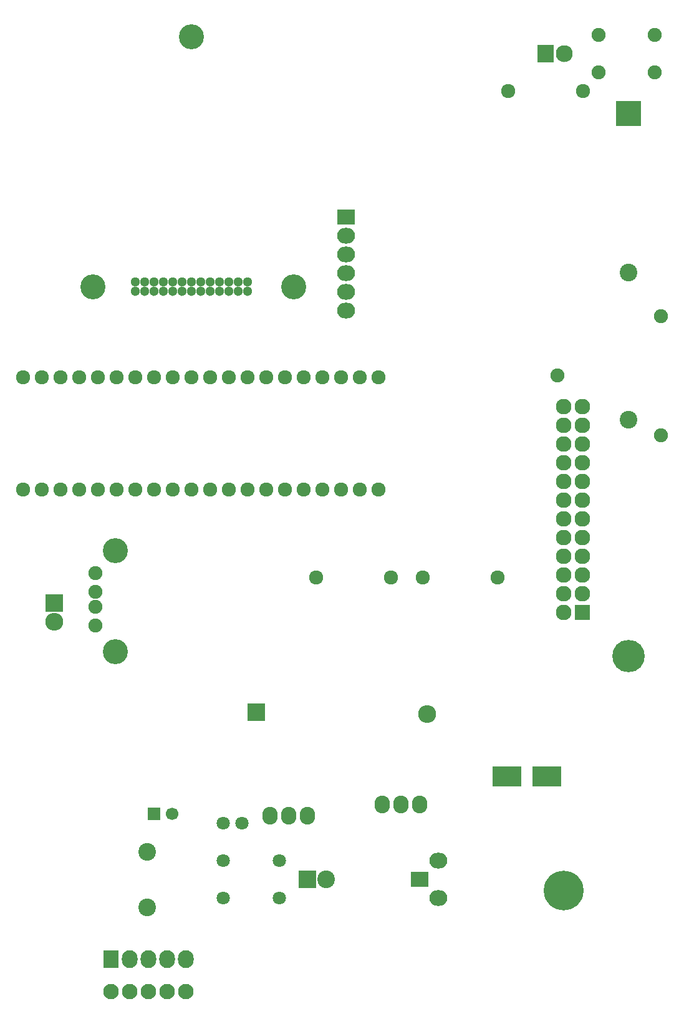
<source format=gbr>
G04 #@! TF.FileFunction,Soldermask,Bot*
%FSLAX46Y46*%
G04 Gerber Fmt 4.6, Leading zero omitted, Abs format (unit mm)*
G04 Created by KiCad (PCBNEW 4.0.2+dfsg1-stable) date 2017年07月19日 12時55分51秒*
%MOMM*%
G01*
G04 APERTURE LIST*
%ADD10C,0.100000*%
%ADD11R,3.400000X3.400000*%
%ADD12O,4.400000X4.400000*%
%ADD13C,2.400000*%
%ADD14C,1.900000*%
%ADD15R,2.300000X2.400000*%
%ADD16C,2.300000*%
%ADD17C,1.901140*%
%ADD18C,3.399740*%
%ADD19R,2.432000X2.127200*%
%ADD20O,2.432000X2.127200*%
%ADD21C,1.924000*%
%ADD22R,2.432000X2.432000*%
%ADD23O,2.432000X2.432000*%
%ADD24C,3.400000*%
%ADD25C,1.300000*%
%ADD26R,2.127200X2.127200*%
%ADD27O,2.127200X2.127200*%
%ADD28R,1.700000X1.700000*%
%ADD29C,1.700000*%
%ADD30R,2.400000X2.400000*%
%ADD31O,2.100000X2.400000*%
%ADD32R,2.127200X2.432000*%
%ADD33O,2.127200X2.432000*%
%ADD34C,2.100000*%
%ADD35C,1.797000*%
%ADD36R,3.900120X2.701240*%
%ADD37C,5.400000*%
G04 APERTURE END LIST*
D10*
D11*
X176443600Y-49748800D03*
D12*
X176443600Y-123408800D03*
D13*
X176443600Y-91308800D03*
X176443600Y-71308800D03*
D14*
X166843600Y-85308800D03*
X180843600Y-93408800D03*
X180843600Y-77208800D03*
D15*
X165173600Y-41620800D03*
D16*
X167713600Y-41620800D03*
D17*
X104083480Y-112131940D03*
X104083480Y-114671940D03*
X104083480Y-116703940D03*
X104083480Y-119243940D03*
D18*
X106750480Y-109083940D03*
X106750480Y-122799940D03*
D19*
X138085600Y-63744800D03*
D20*
X138085600Y-66284800D03*
X138085600Y-68824800D03*
X138085600Y-71364800D03*
X138085600Y-73904800D03*
X138085600Y-76444800D03*
D21*
X160093600Y-46700800D03*
X170253600Y-46700800D03*
X134005600Y-112744800D03*
X144165600Y-112744800D03*
X148505600Y-112744800D03*
X158665600Y-112744800D03*
D14*
X179999600Y-39080800D03*
X179999600Y-44160800D03*
X172379600Y-39080800D03*
X172379600Y-44160800D03*
D22*
X125897600Y-131028800D03*
D23*
X149085600Y-131244800D03*
D24*
X117085600Y-39344800D03*
X130985600Y-73244800D03*
X103685600Y-73244800D03*
D25*
X109465600Y-73879800D03*
X109465600Y-72609800D03*
X110735600Y-73879800D03*
X110735600Y-72609800D03*
X112005600Y-73879800D03*
X112005600Y-72609800D03*
X113275600Y-73879800D03*
X113275600Y-72609800D03*
X114545600Y-73879800D03*
X114545600Y-72609800D03*
X115815600Y-73879800D03*
X115815600Y-72609800D03*
X117085600Y-73879800D03*
X117085600Y-72609800D03*
X118355600Y-73879800D03*
X118355600Y-72609800D03*
X119625600Y-73879800D03*
X119625600Y-72609800D03*
X120895600Y-73879800D03*
X120895600Y-72609800D03*
X122165600Y-73879800D03*
X122165600Y-72609800D03*
X123435600Y-73879800D03*
X123435600Y-72609800D03*
X124705600Y-73879800D03*
X124705600Y-72609800D03*
D21*
X142545600Y-85554800D03*
X140005600Y-85554800D03*
X137465600Y-85554800D03*
X134925600Y-85554800D03*
X132385600Y-85554800D03*
X129845600Y-85554800D03*
X127305600Y-85554800D03*
X124765600Y-85554800D03*
X122225600Y-85554800D03*
X119685600Y-85554800D03*
X117145600Y-85554800D03*
X114605600Y-85554800D03*
X112065600Y-85554800D03*
X109525600Y-85554800D03*
X106985600Y-85554800D03*
X104445600Y-85554800D03*
X101905600Y-85554800D03*
X99365600Y-85554800D03*
X96825600Y-85554800D03*
X94285600Y-85554800D03*
X94285600Y-100794800D03*
X96825600Y-100794800D03*
X99365600Y-100794800D03*
X101905600Y-100794800D03*
X104445600Y-100794800D03*
X106985600Y-100794800D03*
X109525600Y-100794800D03*
X112065600Y-100794800D03*
X114605600Y-100794800D03*
X117145600Y-100794800D03*
X119685600Y-100794800D03*
X122225600Y-100794800D03*
X124765600Y-100794800D03*
X127305600Y-100794800D03*
X129845600Y-100794800D03*
X132385600Y-100794800D03*
X134925600Y-100794800D03*
X137465600Y-100794800D03*
X140005600Y-100794800D03*
X142545600Y-100794800D03*
D22*
X98465600Y-116169800D03*
D23*
X98465600Y-118709800D03*
D26*
X170220600Y-117439800D03*
D27*
X167680600Y-117439800D03*
X170220600Y-114899800D03*
X167680600Y-114899800D03*
X170220600Y-112359800D03*
X167680600Y-112359800D03*
X170220600Y-109819800D03*
X167680600Y-109819800D03*
X170220600Y-107279800D03*
X167680600Y-107279800D03*
X170220600Y-104739800D03*
X167680600Y-104739800D03*
X170220600Y-102199800D03*
X167680600Y-102199800D03*
X170220600Y-99659800D03*
X167680600Y-99659800D03*
X170220600Y-97119800D03*
X167680600Y-97119800D03*
X170220600Y-94579800D03*
X167680600Y-94579800D03*
X170220600Y-92039800D03*
X167680600Y-92039800D03*
X170220600Y-89499800D03*
X167680600Y-89499800D03*
D28*
X111997600Y-144854800D03*
D29*
X114497600Y-144854800D03*
D30*
X132825600Y-153744800D03*
D13*
X135365600Y-153744800D03*
D31*
X148065600Y-143584800D03*
X145525600Y-143584800D03*
X142985600Y-143584800D03*
X132825600Y-145108800D03*
X130285600Y-145108800D03*
X127745600Y-145108800D03*
D32*
X106155600Y-164539800D03*
D33*
X108695600Y-164539800D03*
X111235600Y-164539800D03*
X113775600Y-164539800D03*
X116315600Y-164539800D03*
D34*
X116315600Y-168984800D03*
X111235600Y-168984800D03*
X113775600Y-168984800D03*
X108695600Y-168984800D03*
X106155600Y-168984800D03*
D19*
X148065600Y-153744800D03*
D20*
X150605600Y-151204800D03*
X150605600Y-156284800D03*
D35*
X121395600Y-146124800D03*
X123935600Y-146124800D03*
D13*
X111085600Y-157544640D03*
X111085600Y-149944960D03*
D36*
X159970580Y-139774800D03*
X165370620Y-139774800D03*
D35*
X129015600Y-151204800D03*
X129015600Y-156284800D03*
X121395600Y-151204800D03*
X121395600Y-156284800D03*
D37*
X167685600Y-155214800D03*
M02*

</source>
